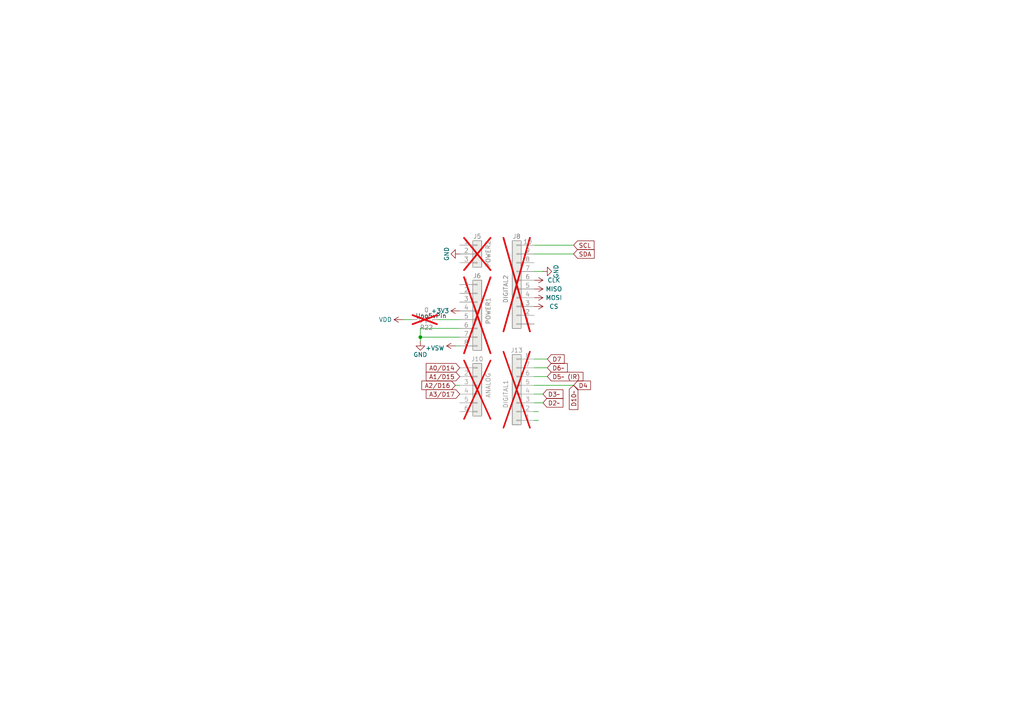
<source format=kicad_sch>
(kicad_sch (version 20250114) (generator "eeschema") (generator_version "9.0")
  (paper "A4")
  (lib_symbols
    (symbol "Connector_Generic:Conn_01x03" (pin_names (offset 1.016) (hide yes))
      (property "Reference" "J" (at 0 5.08 0))
      (property "Value" "Conn_01x03" (at 0 -5.08 0))
      (symbol "Conn_01x03_1_1"
        (rectangle (start -1.27 3.81) (end 1.27 -3.81) (stroke (width 0.254)) (fill (type background)))
        (rectangle (start -1.27 2.667) (end 0 2.413) (stroke (width 0.1524)))
        (rectangle (start -1.27 0.127) (end 0 -0.127) (stroke (width 0.1524)))
        (rectangle (start -1.27 -2.413) (end 0 -2.667) (stroke (width 0.1524)))
        (pin passive line (at -5.08 2.54 0) (length 3.81) (name "Pin_1") (number "1"))
        (pin passive line (at -5.08 0 0) (length 3.81) (name "Pin_2") (number "2"))
        (pin passive line (at -5.08 -2.54 0) (length 3.81) (name "Pin_3") (number "3"))
      )
    )
    (symbol "Connector_Generic:Conn_01x06" (pin_names (offset 1.016) (hide yes))
      (property "Reference" "J" (at 0 7.62 0))
      (property "Value" "Conn_01x06" (at 0 -10.16 0))
      (symbol "Conn_01x06_1_1"
        (rectangle (start -1.27 6.35) (end 1.27 -8.89) (stroke (width 0.254)) (fill (type background)))
        (rectangle (start -1.27 5.207) (end 0 4.953) (stroke (width 0.1524)))
        (rectangle (start -1.27 2.667) (end 0 2.413) (stroke (width 0.1524)))
        (rectangle (start -1.27 0.127) (end 0 -0.127) (stroke (width 0.1524)))
        (rectangle (start -1.27 -2.413) (end 0 -2.667) (stroke (width 0.1524)))
        (rectangle (start -1.27 -4.953) (end 0 -5.207) (stroke (width 0.1524)))
        (rectangle (start -1.27 -7.493) (end 0 -7.747) (stroke (width 0.1524)))
        (pin passive line (at -5.08 5.08 0) (length 3.81) (name "Pin_1") (number "1"))
        (pin passive line (at -5.08 2.54 0) (length 3.81) (name "Pin_2") (number "2"))
        (pin passive line (at -5.08 0 0) (length 3.81) (name "Pin_3") (number "3"))
        (pin passive line (at -5.08 -2.54 0) (length 3.81) (name "Pin_4") (number "4"))
        (pin passive line (at -5.08 -5.08 0) (length 3.81) (name "Pin_5") (number "5"))
        (pin passive line (at -5.08 -7.62 0) (length 3.81) (name "Pin_6") (number "6"))
      )
    )
    (symbol "Connector_Generic:Conn_01x08" (pin_names (offset 1.016) (hide yes))
      (property "Reference" "J" (at 0 10.16 0))
      (property "Value" "Conn_01x08" (at 0 -12.7 0))
      (symbol "Conn_01x08_1_1"
        (rectangle (start -1.27 8.89) (end 1.27 -11.43) (stroke (width 0.254)) (fill (type background)))
        (rectangle (start -1.27 7.747) (end 0 7.493) (stroke (width 0.1524)))
        (rectangle (start -1.27 5.207) (end 0 4.953) (stroke (width 0.1524)))
        (rectangle (start -1.27 2.667) (end 0 2.413) (stroke (width 0.1524)))
        (rectangle (start -1.27 0.127) (end 0 -0.127) (stroke (width 0.1524)))
        (rectangle (start -1.27 -2.413) (end 0 -2.667) (stroke (width 0.1524)))
        (rectangle (start -1.27 -4.953) (end 0 -5.207) (stroke (width 0.1524)))
        (rectangle (start -1.27 -7.493) (end 0 -7.747) (stroke (width 0.1524)))
        (rectangle (start -1.27 -10.033) (end 0 -10.287) (stroke (width 0.1524)))
        (pin passive line (at -5.08 7.62 0) (length 3.81) (name "Pin_1") (number "1"))
        (pin passive line (at -5.08 5.08 0) (length 3.81) (name "Pin_2") (number "2"))
        (pin passive line (at -5.08 2.54 0) (length 3.81) (name "Pin_3") (number "3"))
        (pin passive line (at -5.08 0 0) (length 3.81) (name "Pin_4") (number "4"))
        (pin passive line (at -5.08 -2.54 0) (length 3.81) (name "Pin_5") (number "5"))
        (pin passive line (at -5.08 -5.08 0) (length 3.81) (name "Pin_6") (number "6"))
        (pin passive line (at -5.08 -7.62 0) (length 3.81) (name "Pin_7") (number "7"))
        (pin passive line (at -5.08 -10.16 0) (length 3.81) (name "Pin_8") (number "8"))
      )
    )
    (symbol "Connector_Generic:Conn_01x10" (pin_names (offset 1.016) (hide yes))
      (property "Reference" "J" (at 0 12.7 0))
      (property "Value" "Conn_01x10" (at 0 -15.24 0))
      (symbol "Conn_01x10_1_1"
        (rectangle (start -1.27 11.43) (end 1.27 -13.97) (stroke (width 0.254)) (fill (type background)))
        (rectangle (start -1.27 10.287) (end 0 10.033) (stroke (width 0.1524)))
        (rectangle (start -1.27 7.747) (end 0 7.493) (stroke (width 0.1524)))
        (rectangle (start -1.27 5.207) (end 0 4.953) (stroke (width 0.1524)))
        (rectangle (start -1.27 2.667) (end 0 2.413) (stroke (width 0.1524)))
        (rectangle (start -1.27 0.127) (end 0 -0.127) (stroke (width 0.1524)))
        (rectangle (start -1.27 -2.413) (end 0 -2.667) (stroke (width 0.1524)))
        (rectangle (start -1.27 -4.953) (end 0 -5.207) (stroke (width 0.1524)))
        (rectangle (start -1.27 -7.493) (end 0 -7.747) (stroke (width 0.1524)))
        (rectangle (start -1.27 -10.033) (end 0 -10.287) (stroke (width 0.1524)))
        (rectangle (start -1.27 -12.573) (end 0 -12.827) (stroke (width 0.1524)))
        (pin passive line (at -5.08 10.16 0) (length 3.81) (name "Pin_1") (number "1"))
        (pin passive line (at -5.08 7.62 0) (length 3.81) (name "Pin_2") (number "2"))
        (pin passive line (at -5.08 5.08 0) (length 3.81) (name "Pin_3") (number "3"))
        (pin passive line (at -5.08 2.54 0) (length 3.81) (name "Pin_4") (number "4"))
        (pin passive line (at -5.08 0 0) (length 3.81) (name "Pin_5") (number "5"))
        (pin passive line (at -5.08 -2.54 0) (length 3.81) (name "Pin_6") (number "6"))
        (pin passive line (at -5.08 -5.08 0) (length 3.81) (name "Pin_7") (number "7"))
        (pin passive line (at -5.08 -7.62 0) (length 3.81) (name "Pin_8") (number "8"))
        (pin passive line (at -5.08 -10.16 0) (length 3.81) (name "Pin_9") (number "9"))
        (pin passive line (at -5.08 -12.7 0) (length 3.81) (name "Pin_10") (number "10"))
      )
    )
    (symbol "Device:R_US" (pin_numbers (hide yes)) (pin_names (offset 0))
      (property "Reference" "R" (at 2.54 0 90))
      (property "Value" "R_US" (at -2.54 0 90))
      (symbol "R_US_0_1"
        (polyline (pts (xy 0 2.286) (xy 0 2.54)))
        (polyline (pts (xy 0 2.286) (xy 1.016 1.905) (xy 0 1.524) (xy -1.016 1.143) (xy 0 0.762)))
        (polyline (pts (xy 0 0.762) (xy 1.016 0.381) (xy 0 0) (xy -1.016 -0.381) (xy 0 -0.762)))
        (polyline (pts (xy 0 -0.762) (xy 1.016 -1.143) (xy 0 -1.524) (xy -1.016 -1.905) (xy 0 -2.286)))
        (polyline (pts (xy 0 -2.286) (xy 0 -2.54)))
      )
      (symbol "R_US_1_1"
        (pin passive line (at 0 3.81 270) (length 1.27) (name "~") (number "1"))
        (pin passive line (at 0 -3.81 90) (length 1.27) (name "~") (number "2"))
      )
    )
    (symbol "power:+3.3V" (power) (pin_names (offset 0))
      (property "Value" "+3.3V" (at 0 3.556 0))
      (symbol "+3.3V_0_1"
        (polyline (pts (xy -0.762 1.27) (xy 0 2.54)))
        (polyline (pts (xy 0 2.54) (xy 0.762 1.27)))
        (polyline (pts (xy 0 0) (xy 0 2.54)))
      )
      (symbol "+3.3V_1_1"
        (pin power_in line (at 0 0 90) (length 0) (hide yes) (name "+3V3") (number "1"))
      )
    )
    (symbol "power:+5V" (power) (pin_names (offset 0))
      (property "Value" "+5V" (at 0 3.556 0))
      (symbol "+5V_0_1"
        (polyline (pts (xy -0.762 1.27) (xy 0 2.54)))
        (polyline (pts (xy 0 2.54) (xy 0.762 1.27)))
        (polyline (pts (xy 0 0) (xy 0 2.54)))
      )
      (symbol "+5V_1_1"
        (pin power_in line (at 0 0 90) (length 0) (hide yes) (name "+5V") (number "1"))
      )
    )
    (symbol "power:+VSW" (power) (pin_names (offset 0))
      (property "Value" "+VSW" (at 0 3.556 0))
      (symbol "+VSW_0_1"
        (polyline (pts (xy -0.762 1.27) (xy 0 2.54)))
        (polyline (pts (xy 0 2.54) (xy 0.762 1.27)))
        (polyline (pts (xy 0 0) (xy 0 2.54)))
      )
      (symbol "+VSW_1_1"
        (pin power_in line (at 0 0 90) (length 0) (hide yes) (name "+VSW") (number "1"))
      )
    )
    (symbol "power:GND" (power) (pin_names (offset 0))
      (property "Value" "GND" (at 0 -3.81 0))
      (symbol "GND_0_1"
        (polyline (pts (xy 0 0) (xy 0 -1.27) (xy 1.27 -1.27) (xy 0 -2.54) (xy -1.27 -1.27) (xy 0 -1.27)))
      )
      (symbol "GND_1_1"
        (pin power_in line (at 0 0 270) (length 0) (hide yes) (name "GND") (number "1"))
      )
    )
  )
  (junction (at 121.92 97.79))
  (wire (pts (xy 154.94 116.84) (xy 157.48 116.84)))
  (wire (pts (xy 154.94 114.3) (xy 157.48 114.3)))
  (wire (pts (xy 132.08 111.76) (xy 133.35 111.76)))
  (wire (pts (xy 154.94 104.14) (xy 158.75 104.14)))
  (wire (pts (xy 132.08 100.33) (xy 133.35 100.33)))
  (wire (pts (xy 154.94 111.76) (xy 166.37 111.76)))
  (wire (pts (xy 121.92 97.79) (xy 121.92 99.06)))
  (wire (pts (xy 133.35 95.25) (xy 121.92 95.25)))
  (wire (pts (xy 121.92 97.79) (xy 133.35 97.79)))
  (wire (pts (xy 154.94 119.38) (xy 156.21 119.38)))
  (wire (pts (xy 154.94 71.12) (xy 166.37 71.12)))
  (wire (pts (xy 154.94 109.22) (xy 158.75 109.22)))
  (wire (pts (xy 154.94 73.66) (xy 166.37 73.66)))
  (wire (pts (xy 116.84 92.71) (xy 119.38 92.71)))
  (wire (pts (xy 154.94 78.74) (xy 157.48 78.74)))
  (wire (pts (xy 154.94 121.92) (xy 156.21 121.92)))
  (wire (pts (xy 127 92.71) (xy 133.35 92.71)))
  (wire (pts (xy 154.94 106.68) (xy 158.75 106.68)))
  (wire (pts (xy 121.92 95.25) (xy 121.92 97.79)))
  (label "Uno5vPin" (at 129.54 92.71 180))
  (global_label "D6~" (shape input) (at 158.75 106.68 0) (property "Intersheetrefs" "${INTERSHEET_REFS}" (effects (hide yes))))
  (global_label "SCL" (shape input) (at 166.37 71.12 0) (property "Intersheetrefs" "${INTERSHEET_REFS}" (effects (hide yes))))
  (global_label "D3~" (shape input) (at 157.48 114.3 0) (property "Intersheetrefs" "${INTERSHEET_REFS}" (effects (hide yes))))
  (global_label "D5~ (IR)" (shape input) (at 158.75 109.22 0) (property "Intersheetrefs" "${INTERSHEET_REFS}" (effects (hide yes))))
  (global_label "D4" (shape input) (at 166.37 111.76 0) (property "Intersheetrefs" "${INTERSHEET_REFS}" (effects (hide yes))))
  (global_label "A2{slash}D16" (shape input) (at 132.08 111.76 180) (property "Intersheetrefs" "${INTERSHEET_REFS}" (effects (hide yes))))
  (global_label "D7" (shape input) (at 158.75 104.14 0) (property "Intersheetrefs" "${INTERSHEET_REFS}" (effects (hide yes))))
  (global_label "A1{slash}D15" (shape input) (at 133.35 109.22 180) (property "Intersheetrefs" "${INTERSHEET_REFS}" (effects (hide yes))))
  (global_label "D10~" (shape input) (at 166.37 111.76 270) (property "Intersheetrefs" "${INTERSHEET_REFS}" (effects (hide yes))))
  (global_label "A3{slash}D17" (shape input) (at 133.35 114.3 180) (property "Intersheetrefs" "${INTERSHEET_REFS}" (effects (hide yes))))
  (global_label "D2~" (shape input) (at 157.48 116.84 0) (property "Intersheetrefs" "${INTERSHEET_REFS}" (effects (hide yes))))
  (global_label "SDA" (shape input) (at 166.37 73.66 0) (property "Intersheetrefs" "${INTERSHEET_REFS}" (effects (hide yes))))
  (global_label "A0{slash}D14" (shape input) (at 133.35 106.68 180) (property "Intersheetrefs" "${INTERSHEET_REFS}" (effects (hide yes))))
  (symbol (lib_id "power:+3.3V") (at 133.35 90.17 90) (unit 1)
    (property "Reference" "#PWR021" (effects (hide yes)))
    (property "Value" "+3V3" (at 127.635 90.17 90))
  )
  (symbol (lib_id "Device:R_US") (at 123.19 92.71 90) (unit 1) (dnp yes)
    (property "Reference" "R22" (at 123.698 94.996 90))
    (property "Value" "0" (at 123.698 89.916 90))
    (property "Footprint" "Resistor_SMD:R_0805_2012Metric_Pad1.20x1.40mm_HandSolder" (effects (hide yes)))
    (property "Description" "Resistor, US symbol" (effects (hide yes)))
    (property "Function" "BJTCurrentLimit1" (effects (hide yes)))
  )
  (symbol (lib_id "Connector_Generic:Conn_01x10") (at 149.86 83.82 180) (unit 1) (dnp yes)
    (property "Reference" "J8" (at 149.86 68.58 0))
    (property "Value" "DIGITAL2" (at 146.685 83.82 90))
    (property "Footprint" "Library:PinHeader_1x10_P2.54mm_Vertical_NoBox" (effects (hide yes)))
    (property "ValueTemp" "DIGITAL2" (effects (hide yes)))
  )
  (symbol (lib_id "power:+3.3V") (at 154.94 86.36 270) (unit 1)
    (property "Reference" "#PWR02" (effects (hide yes)))
    (property "Value" "MOSI" (at 160.655 86.36 90))
  )
  (symbol (lib_id "power:GND") (at 121.92 99.06 0) (unit 1)
    (property "Reference" "#PWR018" (effects (hide yes)))
    (property "Value" "GND" (at 121.92 102.87 0))
  )
  (symbol (lib_id "power:+VSW") (at 132.08 100.33 90) (unit 1)
    (property "Reference" "#PWR019" (effects (hide yes)))
    (property "Value" "+VSW" (at 128.905 100.965 90) (effects (justify left)))
  )
  (symbol (lib_id "Connector_Generic:Conn_01x06") (at 138.43 111.76 0) (unit 1) (dnp yes)
    (property "Reference" "J10" (at 138.43 104.14 0))
    (property "Value" "ANALOG" (at 141.605 111.76 90))
    (property "Footprint" "Library:PinHeader_1x06_P2.54mm_Vertical_NoBox" (effects (hide yes)))
    (property "ValueTemp" "ANALOG" (effects (hide yes)))
  )
  (symbol (lib_id "Connector_Generic:Conn_01x08") (at 138.43 90.17 0) (unit 1) (dnp yes)
    (property "Reference" "J6" (at 137.16 80.01 0) (effects (justify left)))
    (property "Value" "POWER1" (at 141.605 90.17 90))
    (property "Footprint" "Library:PinHeader_1x08_P2.54mm_Vertical_NoBox" (effects (hide yes)))
    (property "ValueTemp" "POWER1" (effects (hide yes)))
  )
  (symbol (lib_id "power:+5V") (at 116.84 92.71 90) (unit 1)
    (property "Reference" "#PWR022" (effects (hide yes)))
    (property "Value" "VDD" (at 111.76 92.71 90))
  )
  (symbol (lib_id "power:+3.3V") (at 154.94 81.28 270) (unit 1)
    (property "Reference" "#PWR03" (effects (hide yes)))
    (property "Value" "CLK" (at 160.655 81.28 90))
  )
  (symbol (lib_id "power:GND") (at 133.35 73.66 270) (unit 1)
    (property "Reference" "#PWR020" (effects (hide yes)))
    (property "Value" "GND" (at 129.54 73.66 0))
  )
  (symbol (lib_id "power:+3.3V") (at 154.94 88.9 270) (unit 1)
    (property "Reference" "#PWR01" (effects (hide yes)))
    (property "Value" "CS" (at 160.655 88.9 90))
  )
  (symbol (lib_id "Connector_Generic:Conn_01x08") (at 149.86 114.3 180) (unit 1) (dnp yes)
    (property "Reference" "J13" (at 149.86 101.6 0))
    (property "Value" "DIGITAL1" (at 146.685 114.3 90))
    (property "Footprint" "Library:PinHeader_1x08_P2.54mm_Vertical_NoBox" (effects (hide yes)))
    (property "ValueTemp" "DIGITAL1" (effects (hide yes)))
  )
  (symbol (lib_id "Connector_Generic:Conn_01x03") (at 138.43 73.66 0) (unit 1) (dnp yes)
    (property "Reference" "J5" (at 138.43 68.58 0))
    (property "Value" "POWER2" (at 141.605 73.66 90))
    (property "Footprint" "Library:PinHeader_1x03_P2.54mm_Vertical_NoBox" (effects (hide yes)))
    (property "ValueTemp" "POWER2" (effects (hide yes)))
  )
  (symbol (lib_id "power:+3.3V") (at 154.94 83.82 270) (unit 1)
    (property "Reference" "#PWR04" (effects (hide yes)))
    (property "Value" "MISO" (at 160.655 83.82 90))
  )
  (symbol (lib_id "power:GND") (at 157.48 78.74 90) (unit 1)
    (property "Reference" "#PWR027" (effects (hide yes)))
    (property "Value" "GND" (at 161.29 78.74 0))
  )
)
</source>
